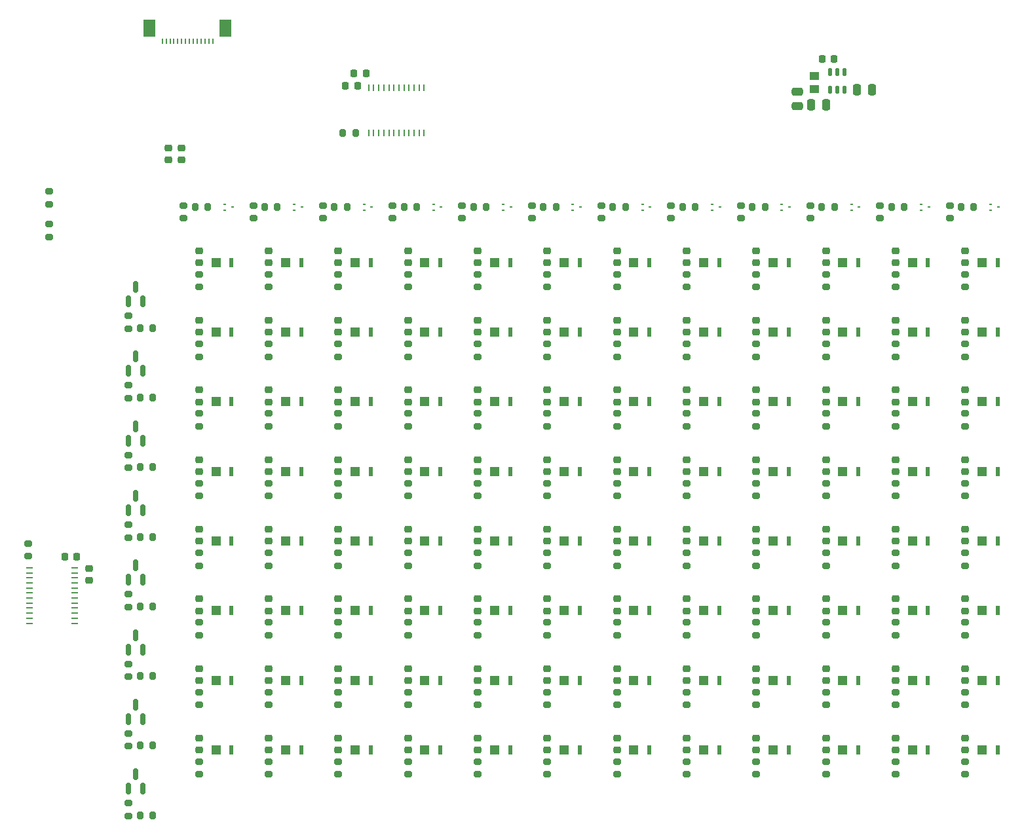
<source format=gtp>
%TF.GenerationSoftware,KiCad,Pcbnew,(6.0.5)*%
%TF.CreationDate,2022-11-15T17:21:09-05:00*%
%TF.ProjectId,OPSpec_v0.1.0-rounded,4f505370-6563-45f7-9630-2e312e302d72,rev?*%
%TF.SameCoordinates,Original*%
%TF.FileFunction,Paste,Top*%
%TF.FilePolarity,Positive*%
%FSLAX46Y46*%
G04 Gerber Fmt 4.6, Leading zero omitted, Abs format (unit mm)*
G04 Created by KiCad (PCBNEW (6.0.5)) date 2022-11-15 17:21:09*
%MOMM*%
%LPD*%
G01*
G04 APERTURE LIST*
G04 Aperture macros list*
%AMRoundRect*
0 Rectangle with rounded corners*
0 $1 Rounding radius*
0 $2 $3 $4 $5 $6 $7 $8 $9 X,Y pos of 4 corners*
0 Add a 4 corners polygon primitive as box body*
4,1,4,$2,$3,$4,$5,$6,$7,$8,$9,$2,$3,0*
0 Add four circle primitives for the rounded corners*
1,1,$1+$1,$2,$3*
1,1,$1+$1,$4,$5*
1,1,$1+$1,$6,$7*
1,1,$1+$1,$8,$9*
0 Add four rect primitives between the rounded corners*
20,1,$1+$1,$2,$3,$4,$5,0*
20,1,$1+$1,$4,$5,$6,$7,0*
20,1,$1+$1,$6,$7,$8,$9,0*
20,1,$1+$1,$8,$9,$2,$3,0*%
G04 Aperture macros list end*
%ADD10R,1.187200X1.176000*%
%ADD11R,0.552000X1.260000*%
%ADD12R,0.364000X0.189000*%
%ADD13R,0.364000X0.252000*%
%ADD14RoundRect,0.225000X0.250000X-0.225000X0.250000X0.225000X-0.250000X0.225000X-0.250000X-0.225000X0*%
%ADD15RoundRect,0.200000X-0.275000X0.200000X-0.275000X-0.200000X0.275000X-0.200000X0.275000X0.200000X0*%
%ADD16RoundRect,0.250000X0.250000X0.475000X-0.250000X0.475000X-0.250000X-0.475000X0.250000X-0.475000X0*%
%ADD17RoundRect,0.200000X0.200000X0.275000X-0.200000X0.275000X-0.200000X-0.275000X0.200000X-0.275000X0*%
%ADD18RoundRect,0.200000X0.275000X-0.200000X0.275000X0.200000X-0.275000X0.200000X-0.275000X-0.200000X0*%
%ADD19RoundRect,0.225000X0.225000X0.250000X-0.225000X0.250000X-0.225000X-0.250000X0.225000X-0.250000X0*%
%ADD20RoundRect,0.250000X-0.475000X0.250000X-0.475000X-0.250000X0.475000X-0.250000X0.475000X0.250000X0*%
%ADD21R,0.944000X0.288000*%
%ADD22RoundRect,0.225000X-0.250000X0.225000X-0.250000X-0.225000X0.250000X-0.225000X0.250000X0.225000X0*%
%ADD23RoundRect,0.150000X0.150000X-0.587500X0.150000X0.587500X-0.150000X0.587500X-0.150000X-0.587500X0*%
%ADD24R,1.155000X1.015000*%
%ADD25RoundRect,0.225000X-0.225000X-0.250000X0.225000X-0.250000X0.225000X0.250000X-0.225000X0.250000X0*%
%ADD26R,0.210000X0.770000*%
%ADD27R,1.610000X2.170000*%
%ADD28RoundRect,0.000000X0.210000X-0.463750X0.210000X0.463750X-0.210000X0.463750X-0.210000X-0.463750X0*%
%ADD29R,0.288000X0.944000*%
G04 APERTURE END LIST*
D10*
X143275000Y-139040000D03*
D11*
X145295000Y-139040000D03*
D10*
X215275000Y-148040000D03*
D11*
X217295000Y-148040000D03*
D10*
X134275000Y-103040000D03*
D11*
X136295000Y-103040000D03*
D10*
X215275000Y-130040000D03*
D11*
X217295000Y-130040000D03*
D10*
X206275000Y-121040000D03*
D11*
X208295000Y-121040000D03*
D10*
X161275000Y-139040000D03*
D11*
X163295000Y-139040000D03*
D10*
X215275000Y-112040000D03*
D11*
X217295000Y-112040000D03*
D10*
X197275000Y-103040000D03*
D11*
X199295000Y-103040000D03*
D10*
X206275000Y-85040000D03*
D11*
X208295000Y-85040000D03*
D10*
X134275000Y-130040000D03*
D11*
X136295000Y-130040000D03*
D10*
X143275000Y-130040000D03*
D11*
X145295000Y-130040000D03*
D10*
X125275000Y-94040000D03*
D11*
X127295000Y-94040000D03*
D10*
X170275000Y-94040000D03*
D11*
X172295000Y-94040000D03*
D10*
X197275000Y-121040000D03*
D11*
X199295000Y-121040000D03*
D10*
X134275000Y-94040000D03*
D11*
X136295000Y-94040000D03*
D10*
X152275000Y-112040000D03*
D11*
X154295000Y-112040000D03*
D10*
X197275000Y-85040000D03*
D11*
X199295000Y-85040000D03*
D10*
X116275000Y-148040000D03*
D11*
X118295000Y-148040000D03*
D10*
X197275000Y-139040000D03*
D11*
X199295000Y-139040000D03*
D10*
X125275000Y-112040000D03*
D11*
X127295000Y-112040000D03*
D10*
X179275000Y-103040000D03*
D11*
X181295000Y-103040000D03*
D10*
X152275000Y-103040000D03*
D11*
X154295000Y-103040000D03*
D10*
X116275000Y-139040000D03*
D11*
X118295000Y-139040000D03*
D10*
X188275000Y-103040000D03*
D11*
X190295000Y-103040000D03*
D10*
X134275000Y-85040000D03*
D11*
X136295000Y-85040000D03*
D10*
X134275000Y-148040000D03*
D11*
X136295000Y-148040000D03*
D10*
X179275000Y-139040000D03*
D11*
X181295000Y-139040000D03*
D10*
X161275000Y-112040000D03*
D11*
X163295000Y-112040000D03*
D10*
X125275000Y-139040000D03*
D11*
X127295000Y-139040000D03*
D10*
X206275000Y-94040000D03*
D11*
X208295000Y-94040000D03*
D10*
X143275000Y-121040000D03*
D11*
X145295000Y-121040000D03*
D10*
X188275000Y-139040000D03*
D11*
X190295000Y-139040000D03*
D10*
X134275000Y-112040000D03*
D11*
X136295000Y-112040000D03*
D10*
X152275000Y-94040000D03*
D11*
X154295000Y-94040000D03*
D10*
X161275000Y-130040000D03*
D11*
X163295000Y-130040000D03*
D10*
X143275000Y-94040000D03*
D11*
X145295000Y-94040000D03*
D10*
X188275000Y-148040000D03*
D11*
X190295000Y-148040000D03*
D10*
X179275000Y-112040000D03*
D11*
X181295000Y-112040000D03*
D10*
X179275000Y-94040000D03*
D11*
X181295000Y-94040000D03*
D10*
X170275000Y-130040000D03*
D11*
X172295000Y-130040000D03*
D10*
X143275000Y-85040000D03*
D11*
X145295000Y-85040000D03*
D10*
X125275000Y-121040000D03*
D11*
X127295000Y-121040000D03*
D10*
X188275000Y-121040000D03*
D11*
X190295000Y-121040000D03*
D10*
X206275000Y-103040000D03*
D11*
X208295000Y-103040000D03*
D10*
X161275000Y-148040000D03*
D11*
X163295000Y-148040000D03*
D10*
X215275000Y-121040000D03*
D11*
X217295000Y-121040000D03*
D10*
X170275000Y-148040000D03*
D11*
X172295000Y-148040000D03*
D10*
X179275000Y-85040000D03*
D11*
X181295000Y-85040000D03*
D10*
X143275000Y-112040000D03*
D11*
X145295000Y-112040000D03*
D10*
X215275000Y-85040000D03*
D11*
X217295000Y-85040000D03*
D10*
X215275000Y-94040000D03*
D11*
X217295000Y-94040000D03*
D10*
X206275000Y-139040000D03*
D11*
X208295000Y-139040000D03*
D10*
X152275000Y-139040000D03*
D11*
X154295000Y-139040000D03*
D10*
X161275000Y-103040000D03*
D11*
X163295000Y-103040000D03*
D10*
X215275000Y-103040000D03*
D11*
X217295000Y-103040000D03*
D10*
X197275000Y-112040000D03*
D11*
X199295000Y-112040000D03*
D10*
X188275000Y-94040000D03*
D11*
X190295000Y-94040000D03*
D10*
X152275000Y-130040000D03*
D11*
X154295000Y-130040000D03*
D10*
X134275000Y-139040000D03*
D11*
X136295000Y-139040000D03*
D10*
X152275000Y-148040000D03*
D11*
X154295000Y-148040000D03*
D10*
X143275000Y-148040000D03*
D11*
X145295000Y-148040000D03*
D10*
X197275000Y-130040000D03*
D11*
X199295000Y-130040000D03*
D10*
X170275000Y-85040000D03*
D11*
X172295000Y-85040000D03*
D10*
X188275000Y-85040000D03*
D11*
X190295000Y-85040000D03*
D10*
X206275000Y-112040000D03*
D11*
X208295000Y-112040000D03*
D10*
X197275000Y-94040000D03*
D11*
X199295000Y-94040000D03*
D10*
X152275000Y-121040000D03*
D11*
X154295000Y-121040000D03*
D10*
X188275000Y-130040000D03*
D11*
X190295000Y-130040000D03*
D10*
X215275000Y-139040000D03*
D11*
X217295000Y-139040000D03*
D10*
X161275000Y-121040000D03*
D11*
X163295000Y-121040000D03*
D10*
X125275000Y-85040000D03*
D11*
X127295000Y-85040000D03*
D10*
X161275000Y-94040000D03*
D11*
X163295000Y-94040000D03*
D10*
X206275000Y-130040000D03*
D11*
X208295000Y-130040000D03*
D10*
X170275000Y-112040000D03*
D11*
X172295000Y-112040000D03*
D10*
X179275000Y-121040000D03*
D11*
X181295000Y-121040000D03*
D10*
X179275000Y-130040000D03*
D11*
X181295000Y-130040000D03*
D10*
X143275000Y-103040000D03*
D11*
X145295000Y-103040000D03*
D10*
X125275000Y-103040000D03*
D11*
X127295000Y-103040000D03*
D10*
X116275000Y-103040000D03*
D11*
X118295000Y-103040000D03*
D10*
X170275000Y-139040000D03*
D11*
X172295000Y-139040000D03*
D10*
X197275000Y-148040000D03*
D11*
X199295000Y-148040000D03*
D10*
X125275000Y-148040000D03*
D11*
X127295000Y-148040000D03*
D10*
X152275000Y-85040000D03*
D11*
X154295000Y-85040000D03*
D10*
X116275000Y-112040000D03*
D11*
X118295000Y-112040000D03*
D10*
X116275000Y-85040000D03*
D11*
X118295000Y-85040000D03*
D10*
X134275000Y-121040000D03*
D11*
X136295000Y-121040000D03*
D10*
X161275000Y-85040000D03*
D11*
X163295000Y-85040000D03*
D10*
X170275000Y-103040000D03*
D11*
X172295000Y-103040000D03*
D10*
X170275000Y-121040000D03*
D11*
X172295000Y-121040000D03*
D10*
X206275000Y-148040000D03*
D11*
X208295000Y-148040000D03*
D10*
X116275000Y-94040000D03*
D11*
X118295000Y-94040000D03*
D10*
X116275000Y-130040000D03*
D11*
X118295000Y-130040000D03*
D10*
X125275000Y-130040000D03*
D11*
X127295000Y-130040000D03*
D10*
X188275000Y-112040000D03*
D11*
X190295000Y-112040000D03*
D10*
X179275000Y-148040000D03*
D11*
X181295000Y-148040000D03*
D10*
X116275000Y-121040000D03*
D11*
X118295000Y-121040000D03*
D12*
X207410000Y-77489484D03*
X207410000Y-78289484D03*
D13*
X208390000Y-77889484D03*
D12*
X171410000Y-77489484D03*
X171410000Y-78289484D03*
D13*
X172390000Y-77889484D03*
D12*
X117410000Y-77489484D03*
X117410000Y-78289484D03*
D13*
X118390000Y-77889484D03*
D12*
X180410000Y-77489484D03*
X180410000Y-78289484D03*
D13*
X181390000Y-77889484D03*
D12*
X216410000Y-77489484D03*
X216410000Y-78289484D03*
D13*
X217390000Y-77889484D03*
D12*
X189410000Y-77489484D03*
X189410000Y-78289484D03*
D13*
X190390000Y-77889484D03*
D12*
X162410000Y-77489484D03*
X162410000Y-78289484D03*
D13*
X163390000Y-77889484D03*
D12*
X126410000Y-77489484D03*
X126410000Y-78289484D03*
D13*
X127390000Y-77889484D03*
D12*
X135410000Y-77489484D03*
X135410000Y-78289484D03*
D13*
X136390000Y-77889484D03*
D12*
X198410000Y-77489484D03*
X198410000Y-78289484D03*
D13*
X199390000Y-77889484D03*
D12*
X144410000Y-77489484D03*
X144410000Y-78289484D03*
D13*
X145390000Y-77889484D03*
D12*
X153410000Y-77489484D03*
X153410000Y-78289484D03*
D13*
X154390000Y-77889484D03*
D14*
X177100000Y-112075000D03*
X177100000Y-110525000D03*
D15*
X123100000Y-104575000D03*
X123100000Y-106225000D03*
D14*
X141100000Y-130075000D03*
X141100000Y-128525000D03*
X177100000Y-121075000D03*
X177100000Y-119525000D03*
X150100000Y-121075000D03*
X150100000Y-119525000D03*
X114100000Y-130075000D03*
X114100000Y-128525000D03*
D15*
X123100000Y-86575000D03*
X123100000Y-88225000D03*
D16*
X201025000Y-62700000D03*
X199125000Y-62700000D03*
D14*
X141100000Y-148075000D03*
X141100000Y-146525000D03*
X195100000Y-112075000D03*
X195100000Y-110525000D03*
X213100000Y-112075000D03*
X213100000Y-110525000D03*
X123100000Y-85075000D03*
X123100000Y-83525000D03*
D15*
X132100000Y-86575000D03*
X132100000Y-88225000D03*
X150100000Y-86575000D03*
X150100000Y-88225000D03*
D17*
X134325000Y-68300000D03*
X132675000Y-68300000D03*
D15*
X213100000Y-104575000D03*
X213100000Y-106225000D03*
X195100000Y-104575000D03*
X195100000Y-106225000D03*
D17*
X108125000Y-138500000D03*
X106475000Y-138500000D03*
D15*
X195100000Y-113575000D03*
X195100000Y-115225000D03*
X204100000Y-86575000D03*
X204100000Y-88225000D03*
D14*
X150100000Y-148075000D03*
X150100000Y-146525000D03*
D15*
X204100000Y-140575000D03*
X204100000Y-142225000D03*
D14*
X114100000Y-139075000D03*
X114100000Y-137525000D03*
D17*
X205225000Y-77889484D03*
X203575000Y-77889484D03*
D14*
X159100000Y-121075000D03*
X159100000Y-119525000D03*
D15*
X159100000Y-104575000D03*
X159100000Y-106225000D03*
D14*
X204100000Y-130075000D03*
X204100000Y-128525000D03*
D15*
X177100000Y-95575000D03*
X177100000Y-97225000D03*
X114100000Y-113575000D03*
X114100000Y-115225000D03*
D14*
X213100000Y-85075000D03*
X213100000Y-83525000D03*
D18*
X166100000Y-79325000D03*
X166100000Y-77675000D03*
D14*
X132100000Y-148075000D03*
X132100000Y-146525000D03*
X186100000Y-85075000D03*
X186100000Y-83525000D03*
D18*
X202100000Y-79325000D03*
X202100000Y-77675000D03*
D15*
X123100000Y-113575000D03*
X123100000Y-115225000D03*
X104937500Y-109937500D03*
X104937500Y-111587500D03*
X150100000Y-131575000D03*
X150100000Y-133225000D03*
X132100000Y-149575000D03*
X132100000Y-151225000D03*
X132100000Y-95575000D03*
X132100000Y-97225000D03*
D14*
X213100000Y-139075000D03*
X213100000Y-137525000D03*
X141100000Y-85075000D03*
X141100000Y-83525000D03*
X114100000Y-94075000D03*
X114100000Y-92525000D03*
D15*
X168100000Y-149575000D03*
X168100000Y-151225000D03*
D14*
X159100000Y-85075000D03*
X159100000Y-83525000D03*
D19*
X196175000Y-58700000D03*
X194625000Y-58700000D03*
D15*
X168100000Y-113575000D03*
X168100000Y-115225000D03*
D14*
X168100000Y-148075000D03*
X168100000Y-146525000D03*
D18*
X211100000Y-79325000D03*
X211100000Y-77675000D03*
D14*
X159100000Y-94075000D03*
X159100000Y-92525000D03*
D15*
X150100000Y-113575000D03*
X150100000Y-115225000D03*
D20*
X191375000Y-62950000D03*
X191375000Y-64850000D03*
D15*
X132100000Y-113575000D03*
X132100000Y-115225000D03*
X150100000Y-149575000D03*
X150100000Y-151225000D03*
D17*
X187225000Y-77889484D03*
X185575000Y-77889484D03*
D15*
X150100000Y-140575000D03*
X150100000Y-142225000D03*
D14*
X141100000Y-94075000D03*
X141100000Y-92525000D03*
X177100000Y-148075000D03*
X177100000Y-146525000D03*
D15*
X159100000Y-95575000D03*
X159100000Y-97225000D03*
D17*
X169225000Y-77889484D03*
X167575000Y-77889484D03*
D19*
X134575000Y-62175000D03*
X133025000Y-62175000D03*
D14*
X150100000Y-94075000D03*
X150100000Y-92525000D03*
D15*
X186100000Y-140575000D03*
X186100000Y-142225000D03*
D21*
X92162000Y-124525000D03*
X92162000Y-125175000D03*
X92162000Y-125825000D03*
X92162000Y-126475000D03*
X92162000Y-127125000D03*
X92162000Y-127775000D03*
X92162000Y-128425000D03*
X92162000Y-129075000D03*
X92162000Y-129725000D03*
X92162000Y-130375000D03*
X92162000Y-131025000D03*
X92162000Y-131675000D03*
X98038000Y-131675000D03*
X98038000Y-131025000D03*
X98038000Y-130375000D03*
X98038000Y-129725000D03*
X98038000Y-129075000D03*
X98038000Y-128425000D03*
X98038000Y-127775000D03*
X98038000Y-127125000D03*
X98038000Y-126475000D03*
X98038000Y-125825000D03*
X98038000Y-125175000D03*
X98038000Y-124525000D03*
D19*
X98275000Y-123100000D03*
X96725000Y-123100000D03*
D17*
X108125000Y-93500000D03*
X106475000Y-93500000D03*
D15*
X204100000Y-131575000D03*
X204100000Y-133225000D03*
X141100000Y-104575000D03*
X141100000Y-106225000D03*
X123100000Y-95575000D03*
X123100000Y-97225000D03*
X104937500Y-145937500D03*
X104937500Y-147587500D03*
X159100000Y-86575000D03*
X159100000Y-88225000D03*
X177100000Y-104575000D03*
X177100000Y-106225000D03*
X177100000Y-149575000D03*
X177100000Y-151225000D03*
D17*
X178225000Y-77889484D03*
X176575000Y-77889484D03*
D14*
X159100000Y-148075000D03*
X159100000Y-146525000D03*
D18*
X121100000Y-79325000D03*
X121100000Y-77675000D03*
D15*
X213100000Y-113575000D03*
X213100000Y-115225000D03*
D22*
X111800000Y-70225000D03*
X111800000Y-71775000D03*
D18*
X139100000Y-79325000D03*
X139100000Y-77675000D03*
X148100000Y-79325000D03*
X148100000Y-77675000D03*
D14*
X141100000Y-121075000D03*
X141100000Y-119525000D03*
D15*
X213100000Y-122575000D03*
X213100000Y-124225000D03*
D14*
X159100000Y-139075000D03*
X159100000Y-137525000D03*
X204100000Y-121075000D03*
X204100000Y-119525000D03*
D15*
X123100000Y-140575000D03*
X123100000Y-142225000D03*
D14*
X123100000Y-139075000D03*
X123100000Y-137525000D03*
D15*
X159100000Y-140575000D03*
X159100000Y-142225000D03*
X150100000Y-95575000D03*
X150100000Y-97225000D03*
D14*
X132100000Y-103075000D03*
X132100000Y-101525000D03*
X159100000Y-130075000D03*
X159100000Y-128525000D03*
D15*
X186100000Y-95575000D03*
X186100000Y-97225000D03*
D14*
X213100000Y-94075000D03*
X213100000Y-92525000D03*
D15*
X114100000Y-122575000D03*
X114100000Y-124225000D03*
D14*
X123100000Y-103075000D03*
X123100000Y-101525000D03*
X123100000Y-121075000D03*
X123100000Y-119525000D03*
D15*
X213100000Y-140575000D03*
X213100000Y-142225000D03*
D17*
X151225000Y-77889484D03*
X149575000Y-77889484D03*
D14*
X141100000Y-139075000D03*
X141100000Y-137525000D03*
X177100000Y-94075000D03*
X177100000Y-92525000D03*
D15*
X168100000Y-104575000D03*
X168100000Y-106225000D03*
X123100000Y-131575000D03*
X123100000Y-133225000D03*
X114100000Y-149575000D03*
X114100000Y-151225000D03*
D14*
X186100000Y-121075000D03*
X186100000Y-119525000D03*
D23*
X104950000Y-99075000D03*
X106850000Y-99075000D03*
X105900000Y-97200000D03*
D17*
X108125000Y-111500000D03*
X106475000Y-111500000D03*
D15*
X114100000Y-131575000D03*
X114100000Y-133225000D03*
D24*
X193575000Y-60900000D03*
X193575000Y-62600000D03*
D14*
X186100000Y-112075000D03*
X186100000Y-110525000D03*
D17*
X214225000Y-77889484D03*
X212575000Y-77889484D03*
D14*
X150100000Y-112075000D03*
X150100000Y-110525000D03*
X141100000Y-103075000D03*
X141100000Y-101525000D03*
D15*
X104937500Y-136937500D03*
X104937500Y-138587500D03*
D14*
X213100000Y-148075000D03*
X213100000Y-146525000D03*
D15*
X195100000Y-122575000D03*
X195100000Y-124225000D03*
D14*
X150100000Y-85075000D03*
X150100000Y-83525000D03*
X123100000Y-112075000D03*
X123100000Y-110525000D03*
D15*
X186100000Y-113575000D03*
X186100000Y-115225000D03*
X141100000Y-86575000D03*
X141100000Y-88225000D03*
D18*
X157100000Y-79325000D03*
X157100000Y-77675000D03*
X193100000Y-79325000D03*
X193100000Y-77675000D03*
D15*
X168100000Y-95575000D03*
X168100000Y-97225000D03*
X213100000Y-95575000D03*
X213100000Y-97225000D03*
X186100000Y-149575000D03*
X186100000Y-151225000D03*
X195100000Y-86575000D03*
X195100000Y-88225000D03*
X204100000Y-122575000D03*
X204100000Y-124225000D03*
D23*
X104950000Y-135075000D03*
X106850000Y-135075000D03*
X105900000Y-133200000D03*
D17*
X108125000Y-102500000D03*
X106475000Y-102500000D03*
D15*
X123100000Y-149575000D03*
X123100000Y-151225000D03*
D14*
X150100000Y-103075000D03*
X150100000Y-101525000D03*
D17*
X133225000Y-77889484D03*
X131575000Y-77889484D03*
D15*
X123100000Y-122575000D03*
X123100000Y-124225000D03*
X213100000Y-149575000D03*
X213100000Y-151225000D03*
D18*
X92000000Y-123025000D03*
X92000000Y-121375000D03*
D15*
X104937500Y-100937500D03*
X104937500Y-102587500D03*
D14*
X195100000Y-121075000D03*
X195100000Y-119525000D03*
D15*
X104937500Y-127937500D03*
X104937500Y-129587500D03*
D14*
X132100000Y-130075000D03*
X132100000Y-128525000D03*
D18*
X94700000Y-77500000D03*
X94700000Y-75850000D03*
D14*
X186100000Y-130075000D03*
X186100000Y-128525000D03*
X204100000Y-85075000D03*
X204100000Y-83525000D03*
D23*
X104950000Y-108075000D03*
X106850000Y-108075000D03*
X105900000Y-106200000D03*
D14*
X132100000Y-94075000D03*
X132100000Y-92525000D03*
D17*
X124225000Y-77889484D03*
X122575000Y-77889484D03*
D15*
X204100000Y-104575000D03*
X204100000Y-106225000D03*
D23*
X104950000Y-117075000D03*
X106850000Y-117075000D03*
X105900000Y-115200000D03*
D15*
X94700000Y-80075000D03*
X94700000Y-81725000D03*
D23*
X104950000Y-153075000D03*
X106850000Y-153075000D03*
X105900000Y-151200000D03*
D17*
X115225000Y-77889484D03*
X113575000Y-77889484D03*
X108125000Y-147500000D03*
X106475000Y-147500000D03*
D14*
X186100000Y-148075000D03*
X186100000Y-146525000D03*
D16*
X195125000Y-64700000D03*
X193225000Y-64700000D03*
D15*
X104937500Y-118937500D03*
X104937500Y-120587500D03*
X159100000Y-149575000D03*
X159100000Y-151225000D03*
D14*
X195100000Y-139075000D03*
X195100000Y-137525000D03*
D18*
X175100000Y-79325000D03*
X175100000Y-77675000D03*
D14*
X204100000Y-103075000D03*
X204100000Y-101525000D03*
D18*
X112100000Y-79325000D03*
X112100000Y-77675000D03*
D15*
X159100000Y-113575000D03*
X159100000Y-115225000D03*
D14*
X186100000Y-94075000D03*
X186100000Y-92525000D03*
X168100000Y-103075000D03*
X168100000Y-101525000D03*
D15*
X159100000Y-131575000D03*
X159100000Y-133225000D03*
D17*
X160225000Y-77889484D03*
X158575000Y-77889484D03*
D15*
X213100000Y-131575000D03*
X213100000Y-133225000D03*
X195100000Y-131575000D03*
X195100000Y-133225000D03*
X150100000Y-122575000D03*
X150100000Y-124225000D03*
X204100000Y-113575000D03*
X204100000Y-115225000D03*
X114100000Y-95575000D03*
X114100000Y-97225000D03*
X186100000Y-86575000D03*
X186100000Y-88225000D03*
X141100000Y-131575000D03*
X141100000Y-133225000D03*
D14*
X168100000Y-139075000D03*
X168100000Y-137525000D03*
D15*
X114100000Y-104575000D03*
X114100000Y-106225000D03*
D14*
X114100000Y-85075000D03*
X114100000Y-83525000D03*
X159100000Y-103075000D03*
X159100000Y-101525000D03*
X177100000Y-85075000D03*
X177100000Y-83525000D03*
D15*
X195100000Y-95575000D03*
X195100000Y-97225000D03*
X168100000Y-131575000D03*
X168100000Y-133225000D03*
D14*
X177100000Y-130075000D03*
X177100000Y-128525000D03*
X213100000Y-130075000D03*
X213100000Y-128525000D03*
X114100000Y-103075000D03*
X114100000Y-101525000D03*
X186100000Y-139075000D03*
X186100000Y-137525000D03*
D15*
X177100000Y-140575000D03*
X177100000Y-142225000D03*
X168100000Y-122575000D03*
X168100000Y-124225000D03*
D14*
X132100000Y-139075000D03*
X132100000Y-137525000D03*
D15*
X204100000Y-95575000D03*
X204100000Y-97225000D03*
D14*
X168100000Y-121075000D03*
X168100000Y-119525000D03*
D17*
X196225000Y-77889484D03*
X194575000Y-77889484D03*
D15*
X132100000Y-122575000D03*
X132100000Y-124225000D03*
X186100000Y-122575000D03*
X186100000Y-124225000D03*
D14*
X132100000Y-112075000D03*
X132100000Y-110525000D03*
D15*
X159100000Y-122575000D03*
X159100000Y-124225000D03*
X141100000Y-122575000D03*
X141100000Y-124225000D03*
D14*
X150100000Y-130075000D03*
X150100000Y-128525000D03*
X150100000Y-139075000D03*
X150100000Y-137525000D03*
X141100000Y-112075000D03*
X141100000Y-110525000D03*
D15*
X186100000Y-104575000D03*
X186100000Y-106225000D03*
D14*
X213100000Y-121075000D03*
X213100000Y-119525000D03*
X114100000Y-112075000D03*
X114100000Y-110525000D03*
D15*
X186100000Y-131575000D03*
X186100000Y-133225000D03*
D17*
X108125000Y-156500000D03*
X106475000Y-156500000D03*
D15*
X177100000Y-113575000D03*
X177100000Y-115225000D03*
D14*
X114100000Y-121075000D03*
X114100000Y-119525000D03*
D15*
X141100000Y-95575000D03*
X141100000Y-97225000D03*
D14*
X186100000Y-103075000D03*
X186100000Y-101525000D03*
X168100000Y-130075000D03*
X168100000Y-128525000D03*
D15*
X204100000Y-149575000D03*
X204100000Y-151225000D03*
D14*
X195100000Y-94075000D03*
X195100000Y-92525000D03*
X204100000Y-139075000D03*
X204100000Y-137525000D03*
X204100000Y-148075000D03*
X204100000Y-146525000D03*
X195100000Y-148075000D03*
X195100000Y-146525000D03*
X177100000Y-103075000D03*
X177100000Y-101525000D03*
X132100000Y-85075000D03*
X132100000Y-83525000D03*
D17*
X142225000Y-77889484D03*
X140575000Y-77889484D03*
D14*
X159100000Y-112075000D03*
X159100000Y-110525000D03*
D25*
X134125000Y-60600000D03*
X135675000Y-60600000D03*
D14*
X204100000Y-112075000D03*
X204100000Y-110525000D03*
X114100000Y-148075000D03*
X114100000Y-146525000D03*
D15*
X114100000Y-86575000D03*
X114100000Y-88225000D03*
D14*
X123100000Y-94075000D03*
X123100000Y-92525000D03*
D15*
X132100000Y-104575000D03*
X132100000Y-106225000D03*
D26*
X115850000Y-56475000D03*
X115350000Y-56475000D03*
X114850000Y-56475000D03*
X114350000Y-56475000D03*
X113850000Y-56475000D03*
X113350000Y-56475000D03*
X112850000Y-56475000D03*
X112350000Y-56475000D03*
X111850000Y-56475000D03*
X111350000Y-56475000D03*
X110850000Y-56475000D03*
X110350000Y-56475000D03*
X109850000Y-56475000D03*
X109350000Y-56475000D03*
D27*
X117520000Y-54775000D03*
X107680000Y-54775000D03*
D17*
X108125000Y-129500000D03*
X106475000Y-129500000D03*
D28*
X195625000Y-62737500D03*
X196575000Y-62737500D03*
X197525000Y-62737500D03*
X197525000Y-60462500D03*
X196575000Y-60462500D03*
X195625000Y-60462500D03*
D15*
X141100000Y-140575000D03*
X141100000Y-142225000D03*
D14*
X195100000Y-103075000D03*
X195100000Y-101525000D03*
D23*
X104950000Y-90075000D03*
X106850000Y-90075000D03*
X105900000Y-88200000D03*
D14*
X213100000Y-103075000D03*
X213100000Y-101525000D03*
D15*
X195100000Y-140575000D03*
X195100000Y-142225000D03*
D14*
X195100000Y-85075000D03*
X195100000Y-83525000D03*
X177100000Y-139075000D03*
X177100000Y-137525000D03*
X110100000Y-71775000D03*
X110100000Y-70225000D03*
D15*
X150100000Y-104575000D03*
X150100000Y-106225000D03*
X114100000Y-140575000D03*
X114100000Y-142225000D03*
D14*
X168100000Y-85075000D03*
X168100000Y-83525000D03*
D15*
X213100000Y-86575000D03*
X213100000Y-88225000D03*
X104937500Y-154937500D03*
X104937500Y-156587500D03*
D14*
X123100000Y-148075000D03*
X123100000Y-146525000D03*
X123100000Y-130075000D03*
X123100000Y-128525000D03*
D15*
X168100000Y-140575000D03*
X168100000Y-142225000D03*
D18*
X184100000Y-79325000D03*
X184100000Y-77675000D03*
D15*
X141100000Y-113575000D03*
X141100000Y-115225000D03*
D29*
X136025000Y-68338000D03*
X136675000Y-68338000D03*
X137325000Y-68338000D03*
X137975000Y-68338000D03*
X138625000Y-68338000D03*
X139275000Y-68338000D03*
X139925000Y-68338000D03*
X140575000Y-68338000D03*
X141225000Y-68338000D03*
X141875000Y-68338000D03*
X142525000Y-68338000D03*
X143175000Y-68338000D03*
X143175000Y-62462000D03*
X142525000Y-62462000D03*
X141875000Y-62462000D03*
X141225000Y-62462000D03*
X140575000Y-62462000D03*
X139925000Y-62462000D03*
X139275000Y-62462000D03*
X138625000Y-62462000D03*
X137975000Y-62462000D03*
X137325000Y-62462000D03*
X136675000Y-62462000D03*
X136025000Y-62462000D03*
D15*
X177100000Y-86575000D03*
X177100000Y-88225000D03*
D23*
X104950000Y-144075000D03*
X106850000Y-144075000D03*
X105900000Y-142200000D03*
D14*
X99900000Y-126150000D03*
X99900000Y-124600000D03*
X132100000Y-121075000D03*
X132100000Y-119525000D03*
D15*
X132100000Y-131575000D03*
X132100000Y-133225000D03*
D14*
X168100000Y-112075000D03*
X168100000Y-110525000D03*
D15*
X132100000Y-140575000D03*
X132100000Y-142225000D03*
D18*
X130100000Y-79325000D03*
X130100000Y-77675000D03*
D14*
X195100000Y-130075000D03*
X195100000Y-128525000D03*
D15*
X141100000Y-149575000D03*
X141100000Y-151225000D03*
X195100000Y-149575000D03*
X195100000Y-151225000D03*
D14*
X204100000Y-94075000D03*
X204100000Y-92525000D03*
D17*
X108125000Y-120500000D03*
X106475000Y-120500000D03*
D14*
X168100000Y-94075000D03*
X168100000Y-92525000D03*
D23*
X104950000Y-126075000D03*
X106850000Y-126075000D03*
X105900000Y-124200000D03*
D15*
X168100000Y-86575000D03*
X168100000Y-88225000D03*
X104937500Y-91937500D03*
X104937500Y-93587500D03*
X177100000Y-131575000D03*
X177100000Y-133225000D03*
X177100000Y-122575000D03*
X177100000Y-124225000D03*
M02*

</source>
